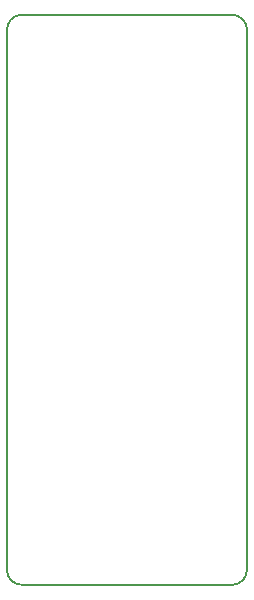
<source format=gbr>
G04 #@! TF.GenerationSoftware,KiCad,Pcbnew,(5.1.8)-1*
G04 #@! TF.CreationDate,2021-06-12T10:53:30+02:00*
G04 #@! TF.ProjectId,BlueMacro,426c7565-4d61-4637-926f-2e6b69636164,rev?*
G04 #@! TF.SameCoordinates,Original*
G04 #@! TF.FileFunction,Profile,NP*
%FSLAX46Y46*%
G04 Gerber Fmt 4.6, Leading zero omitted, Abs format (unit mm)*
G04 Created by KiCad (PCBNEW (5.1.8)-1) date 2021-06-12 10:53:30*
%MOMM*%
%LPD*%
G01*
G04 APERTURE LIST*
G04 #@! TA.AperFunction,Profile*
%ADD10C,0.150000*%
G04 #@! TD*
G04 APERTURE END LIST*
D10*
X39420797Y-74930000D02*
G75*
G02*
X38100000Y-73728942I-63498J1256937D01*
G01*
X38100000Y-27990797D02*
G75*
G02*
X39301058Y-26670000I1256937J63498D01*
G01*
X57100240Y-26672850D02*
G75*
G02*
X58420000Y-27873960I62461J-1256989D01*
G01*
X58419690Y-73610240D02*
G75*
G02*
X57218580Y-74930000I-1256989J-62461D01*
G01*
X58420000Y-27873960D02*
X58419690Y-73610240D01*
X39301058Y-26670000D02*
X57100240Y-26672850D01*
X38100000Y-73728942D02*
X38100000Y-27990797D01*
X57218580Y-74930000D02*
X39420797Y-74930000D01*
M02*

</source>
